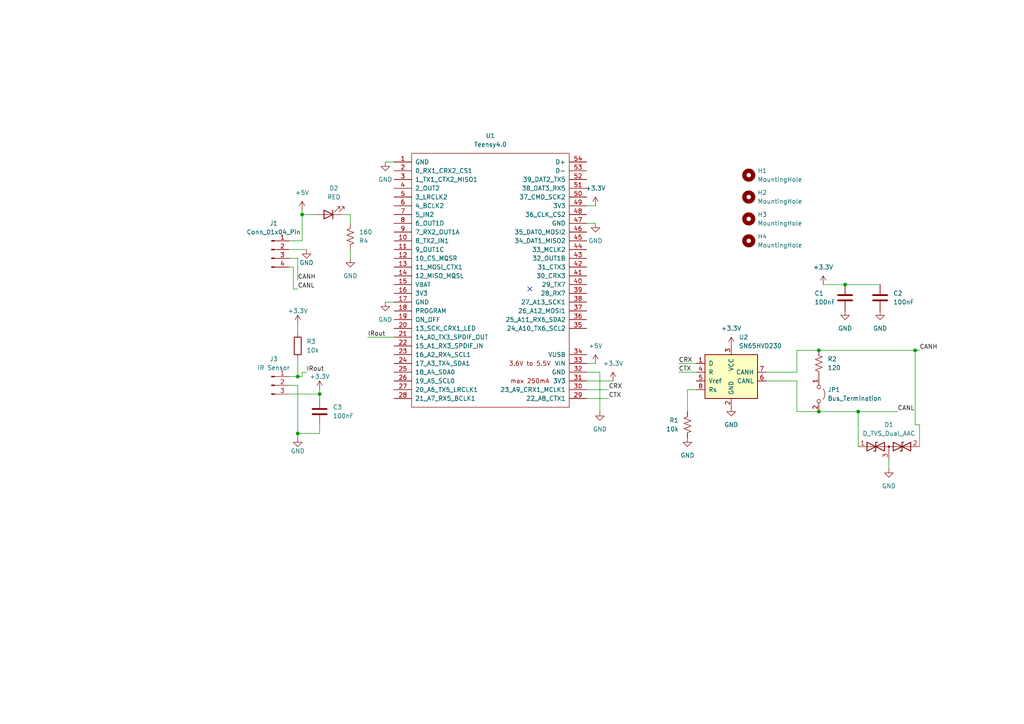
<source format=kicad_sch>
(kicad_sch (version 20230121) (generator eeschema)
  (paper "A4")
  (lib_symbols
    (symbol "Connector:Conn_01x03_Pin" (pin_names (offset 1.016) hide)
      (property "Reference" "J" (at 0 5.08 0))
      (property "Value" "Conn_01x03_Pin" (at 0 -5.08 0))
      (symbol "Conn_01x03_Pin_1_1"
        (polyline (pts (xy 1.27 -2.54) (xy 0.8636 -2.54)) (stroke (width 0.1524)))
        (polyline (pts (xy 1.27 0) (xy 0.8636 0)) (stroke (width 0.1524)))
        (polyline (pts (xy 1.27 2.54) (xy 0.8636 2.54)) (stroke (width 0.1524)))
        (rectangle (start 0.8636 -2.413) (end 0 -2.667) (stroke (width 0.1524)) (fill (type outline)))
        (rectangle (start 0.8636 0.127) (end 0 -0.127) (stroke (width 0.1524)) (fill (type outline)))
        (rectangle (start 0.8636 2.667) (end 0 2.413) (stroke (width 0.1524)) (fill (type outline)))
        (pin passive line (at 5.08 2.54 180) (length 3.81) (name "Pin_1") (number "1"))
        (pin passive line (at 5.08 0 180) (length 3.81) (name "Pin_2") (number "2"))
        (pin passive line (at 5.08 -2.54 180) (length 3.81) (name "Pin_3") (number "3"))
      )
    )
    (symbol "Connector:Conn_01x04_Pin" (pin_names (offset 1.016) hide)
      (property "Reference" "J" (at 0 5.08 0))
      (property "Value" "Conn_01x04_Pin" (at 0 -7.62 0))
      (symbol "Conn_01x04_Pin_1_1"
        (polyline (pts (xy 1.27 -5.08) (xy 0.8636 -5.08)) (stroke (width 0.1524)))
        (polyline (pts (xy 1.27 -2.54) (xy 0.8636 -2.54)) (stroke (width 0.1524)))
        (polyline (pts (xy 1.27 0) (xy 0.8636 0)) (stroke (width 0.1524)))
        (polyline (pts (xy 1.27 2.54) (xy 0.8636 2.54)) (stroke (width 0.1524)))
        (rectangle (start 0.8636 -4.953) (end 0 -5.207) (stroke (width 0.1524)) (fill (type outline)))
        (rectangle (start 0.8636 -2.413) (end 0 -2.667) (stroke (width 0.1524)) (fill (type outline)))
        (rectangle (start 0.8636 0.127) (end 0 -0.127) (stroke (width 0.1524)) (fill (type outline)))
        (rectangle (start 0.8636 2.667) (end 0 2.413) (stroke (width 0.1524)) (fill (type outline)))
        (pin passive line (at 5.08 2.54 180) (length 3.81) (name "Pin_1") (number "1"))
        (pin passive line (at 5.08 0 180) (length 3.81) (name "Pin_2") (number "2"))
        (pin passive line (at 5.08 -2.54 180) (length 3.81) (name "Pin_3") (number "3"))
        (pin passive line (at 5.08 -5.08 180) (length 3.81) (name "Pin_4") (number "4"))
      )
    )
    (symbol "Device:C" (pin_numbers hide) (pin_names (offset 0.254))
      (property "Reference" "C" (at 0.635 2.54 0))
      (property "Value" "C" (at 0.635 -2.54 0))
      (symbol "C_0_1"
        (polyline (pts (xy -2.032 -0.762) (xy 2.032 -0.762)) (stroke (width 0.508)))
        (polyline (pts (xy -2.032 0.762) (xy 2.032 0.762)) (stroke (width 0.508)))
      )
      (symbol "C_1_1"
        (pin passive line (at 0 3.81 270) (length 2.794) (name "~") (number "1"))
        (pin passive line (at 0 -3.81 90) (length 2.794) (name "~") (number "2"))
      )
    )
    (symbol "Device:D_TVS_Dual_AAC" (pin_names (offset 1.016) hide)
      (property "Reference" "D" (at 0 4.445 0))
      (property "Value" "D_TVS_Dual_AAC" (at 0 2.54 0))
      (symbol "D_TVS_Dual_AAC_0_0"
        (polyline (pts (xy 0 -1.27) (xy 0 0)))
      )
      (symbol "D_TVS_Dual_AAC_0_1"
        (polyline (pts (xy -6.35 0) (xy 6.35 0)))
        (polyline (pts (xy -3.302 1.27) (xy -3.81 1.27) (xy -3.81 -1.27) (xy -4.318 -1.27)) (stroke (width 0.254)))
        (polyline (pts (xy 4.318 1.27) (xy 3.81 1.27) (xy 3.81 -1.27) (xy 3.302 -1.27)) (stroke (width 0.254)))
        (polyline (pts (xy -6.35 1.27) (xy -1.27 -1.27) (xy -1.27 1.27) (xy -6.35 -1.27) (xy -6.35 1.27)) (stroke (width 0.254)))
        (polyline (pts (xy 6.35 1.27) (xy 1.27 -1.27) (xy 1.27 1.27) (xy 6.35 -1.27) (xy 6.35 1.27)) (stroke (width 0.254)))
        (circle (center 0 0) (radius 0.254) (fill (type outline)))
      )
      (symbol "D_TVS_Dual_AAC_1_1"
        (pin passive line (at -8.89 0 0) (length 2.54) (name "A1") (number "1"))
        (pin passive line (at 8.89 0 180) (length 2.54) (name "A2") (number "2"))
        (pin input line (at 0 -3.81 90) (length 2.54) (name "common") (number "3"))
      )
    )
    (symbol "Device:LED" (pin_numbers hide) (pin_names (offset 1.016) hide)
      (property "Reference" "D" (at 0 2.54 0))
      (property "Value" "LED" (at 0 -2.54 0))
      (symbol "LED_0_1"
        (polyline (pts (xy -1.27 -1.27) (xy -1.27 1.27)) (stroke (width 0.254)))
        (polyline (pts (xy -1.27 0) (xy 1.27 0)))
        (polyline (pts (xy 1.27 -1.27) (xy 1.27 1.27) (xy -1.27 0) (xy 1.27 -1.27)) (stroke (width 0.254)))
        (polyline (pts (xy -3.048 -0.762) (xy -4.572 -2.286) (xy -3.81 -2.286) (xy -4.572 -2.286) (xy -4.572 -1.524)))
        (polyline (pts (xy -1.778 -0.762) (xy -3.302 -2.286) (xy -2.54 -2.286) (xy -3.302 -2.286) (xy -3.302 -1.524)))
      )
      (symbol "LED_1_1"
        (pin passive line (at -3.81 0 0) (length 2.54) (name "K") (number "1"))
        (pin passive line (at 3.81 0 180) (length 2.54) (name "A") (number "2"))
      )
    )
    (symbol "Device:R" (pin_numbers hide) (pin_names (offset 0))
      (property "Reference" "R" (at 2.032 0 90))
      (property "Value" "R" (at 0 0 90))
      (symbol "R_0_1"
        (rectangle (start -1.016 -2.54) (end 1.016 2.54) (stroke (width 0.254)))
      )
      (symbol "R_1_1"
        (pin passive line (at 0 3.81 270) (length 1.27) (name "~") (number "1"))
        (pin passive line (at 0 -3.81 90) (length 1.27) (name "~") (number "2"))
      )
    )
    (symbol "Device:R_US" (pin_numbers hide) (pin_names (offset 0))
      (property "Reference" "R" (at 2.54 0 90))
      (property "Value" "R_US" (at -2.54 0 90))
      (symbol "R_US_0_1"
        (polyline (pts (xy 0 -2.286) (xy 0 -2.54)))
        (polyline (pts (xy 0 2.286) (xy 0 2.54)))
        (polyline (pts (xy 0 -0.762) (xy 1.016 -1.143) (xy 0 -1.524) (xy -1.016 -1.905) (xy 0 -2.286)))
        (polyline (pts (xy 0 0.762) (xy 1.016 0.381) (xy 0 0) (xy -1.016 -0.381) (xy 0 -0.762)))
        (polyline (pts (xy 0 2.286) (xy 1.016 1.905) (xy 0 1.524) (xy -1.016 1.143) (xy 0 0.762)))
      )
      (symbol "R_US_1_1"
        (pin passive line (at 0 3.81 270) (length 1.27) (name "~") (number "1"))
        (pin passive line (at 0 -3.81 90) (length 1.27) (name "~") (number "2"))
      )
    )
    (symbol "Interface_CAN_LIN:SN65HVD230" (pin_names (offset 1.016))
      (property "Reference" "U" (at -2.54 10.16 0))
      (property "Value" "SN65HVD230" (at -2.54 7.62 0))
      (symbol "SN65HVD230_0_1"
        (rectangle (start -7.62 5.08) (end 7.62 -7.62) (stroke (width 0.254)) (fill (type background)))
      )
      (symbol "SN65HVD230_1_1"
        (pin input line (at -10.16 2.54 0) (length 2.54) (name "D") (number "1"))
        (pin power_in line (at 0 -10.16 90) (length 2.54) (name "GND") (number "2"))
        (pin power_in line (at 0 7.62 270) (length 2.54) (name "VCC") (number "3"))
        (pin output line (at -10.16 0 0) (length 2.54) (name "R") (number "4"))
        (pin output line (at -10.16 -2.54 0) (length 2.54) (name "Vref") (number "5"))
        (pin bidirectional line (at 10.16 -2.54 180) (length 2.54) (name "CANL") (number "6"))
        (pin bidirectional line (at 10.16 0 180) (length 2.54) (name "CANH") (number "7"))
        (pin input line (at -10.16 -5.08 0) (length 2.54) (name "Rs") (number "8"))
      )
    )
    (symbol "Jumper:Jumper_2_Open" (pin_names (offset 0) hide)
      (property "Reference" "JP" (at 0 2.794 0))
      (property "Value" "Jumper_2_Open" (at 0 -2.286 0))
      (symbol "Jumper_2_Open_0_0"
        (circle (center -2.032 0) (radius 0.508))
        (circle (center 2.032 0) (radius 0.508))
      )
      (symbol "Jumper_2_Open_0_1"
        (arc (start 1.524 1.27) (mid 0 1.778) (end -1.524 1.27))
      )
      (symbol "Jumper_2_Open_1_1"
        (pin passive line (at -5.08 0 0) (length 2.54) (name "A") (number "1"))
        (pin passive line (at 5.08 0 180) (length 2.54) (name "B") (number "2"))
      )
    )
    (symbol "Mechanical:MountingHole" (pin_names (offset 1.016))
      (property "Reference" "H" (at 0 5.08 0))
      (property "Value" "MountingHole" (at 0 3.175 0))
      (symbol "MountingHole_0_1"
        (circle (center 0 0) (radius 1.27) (stroke (width 1.27)))
      )
    )
    (symbol "power:+3.3V" (power) (pin_names (offset 0))
      (property "Value" "+3.3V" (at 0 3.556 0))
      (symbol "+3.3V_0_1"
        (polyline (pts (xy -0.762 1.27) (xy 0 2.54)))
        (polyline (pts (xy 0 0) (xy 0 2.54)))
        (polyline (pts (xy 0 2.54) (xy 0.762 1.27)))
      )
      (symbol "+3.3V_1_1"
        (pin power_in line (at 0 0 90) (length 0) hide (name "+3.3V") (number "1"))
      )
    )
    (symbol "power:+5V" (power) (pin_names (offset 0))
      (property "Value" "+5V" (at 0 3.556 0))
      (symbol "+5V_0_1"
        (polyline (pts (xy -0.762 1.27) (xy 0 2.54)))
        (polyline (pts (xy 0 0) (xy 0 2.54)))
        (polyline (pts (xy 0 2.54) (xy 0.762 1.27)))
      )
      (symbol "+5V_1_1"
        (pin power_in line (at 0 0 90) (length 0) hide (name "+5V") (number "1"))
      )
    )
    (symbol "power:GND" (power) (pin_names (offset 0))
      (property "Value" "GND" (at 0 -3.81 0))
      (symbol "GND_0_1"
        (polyline (pts (xy 0 0) (xy 0 -1.27) (xy 1.27 -1.27) (xy 0 -2.54) (xy -1.27 -1.27) (xy 0 -1.27)))
      )
      (symbol "GND_1_1"
        (pin power_in line (at 0 0 270) (length 0) hide (name "GND") (number "1"))
      )
    )
    (symbol "teensy:Teensy4.0" (pin_names (offset 1.016))
      (property "Reference" "U" (at 0 39.37 0))
      (property "Value" "Teensy4.0" (at 0 -39.37 0))
      (symbol "Teensy4.0_0_0"
        (text "3.6V to 5.5V" (at 11.43 -24.13 0) (effects (font (size 1.27 1.27))))
        (text "max 250mA" (at 11.43 -29.21 0) (effects (font (size 1.27 1.27))))
        (pin bidirectional line (at -27.94 11.43 0) (length 5.08) (name "8_TX2_IN1") (number "10"))
        (pin bidirectional line (at -27.94 8.89 0) (length 5.08) (name "9_OUT1C") (number "11"))
        (pin bidirectional line (at -27.94 6.35 0) (length 5.08) (name "10_CS_MQSR") (number "12"))
        (pin bidirectional line (at -27.94 3.81 0) (length 5.08) (name "11_MOSI_CTX1") (number "13"))
        (pin bidirectional line (at -27.94 1.27 0) (length 5.08) (name "12_MISO_MQSL") (number "14"))
        (pin power_in line (at -27.94 -1.27 0) (length 5.08) (name "VBAT") (number "15"))
        (pin power_in line (at -27.94 -3.81 0) (length 5.08) (name "3V3") (number "16"))
        (pin power_in line (at -27.94 -6.35 0) (length 5.08) (name "GND") (number "17"))
        (pin input line (at -27.94 -8.89 0) (length 5.08) (name "PROGRAM") (number "18"))
        (pin input line (at -27.94 -11.43 0) (length 5.08) (name "ON_OFF") (number "19"))
        (pin bidirectional line (at -27.94 -13.97 0) (length 5.08) (name "13_SCK_CRX1_LED") (number "20"))
        (pin bidirectional line (at -27.94 -16.51 0) (length 5.08) (name "14_A0_TX3_SPDIF_OUT") (number "21"))
        (pin bidirectional line (at -27.94 -19.05 0) (length 5.08) (name "15_A1_RX3_SPDIF_IN") (number "22"))
        (pin bidirectional line (at -27.94 -21.59 0) (length 5.08) (name "16_A2_RX4_SCL1") (number "23"))
        (pin bidirectional line (at -27.94 -24.13 0) (length 5.08) (name "17_A3_TX4_SDA1") (number "24"))
        (pin bidirectional line (at -27.94 -26.67 0) (length 5.08) (name "18_A4_SDA0") (number "25"))
        (pin bidirectional line (at -27.94 -29.21 0) (length 5.08) (name "19_A5_SCL0") (number "26"))
        (pin bidirectional line (at -27.94 -31.75 0) (length 5.08) (name "20_A6_TX5_LRCLK1") (number "27"))
        (pin bidirectional line (at -27.94 -34.29 0) (length 5.08) (name "21_A7_RX5_BCLK1") (number "28"))
        (pin bidirectional line (at 27.94 -34.29 180) (length 5.08) (name "22_A8_CTX1") (number "29"))
        (pin bidirectional line (at 27.94 -31.75 180) (length 5.08) (name "23_A9_CRX1_MCLK1") (number "30"))
        (pin power_out line (at 27.94 -29.21 180) (length 5.08) (name "3V3") (number "31"))
        (pin power_in line (at 27.94 -26.67 180) (length 5.08) (name "GND") (number "32"))
        (pin power_in line (at 27.94 -24.13 180) (length 5.08) (name "VIN") (number "33"))
        (pin power_out line (at 27.94 -21.59 180) (length 5.08) (name "VUSB") (number "34"))
        (pin bidirectional line (at 27.94 -13.97 180) (length 5.08) (name "24_A10_TX6_SCL2") (number "35"))
        (pin bidirectional line (at 27.94 -11.43 180) (length 5.08) (name "25_A11_RX6_SDA2") (number "36"))
        (pin bidirectional line (at 27.94 -8.89 180) (length 5.08) (name "26_A12_MOSI1") (number "37"))
        (pin bidirectional line (at 27.94 -6.35 180) (length 5.08) (name "27_A13_SCK1") (number "38"))
        (pin bidirectional line (at 27.94 -3.81 180) (length 5.08) (name "28_RX7") (number "39"))
        (pin bidirectional line (at 27.94 -1.27 180) (length 5.08) (name "29_TX7") (number "40"))
        (pin bidirectional line (at 27.94 1.27 180) (length 5.08) (name "30_CRX3") (number "41"))
        (pin bidirectional line (at 27.94 3.81 180) (length 5.08) (name "31_CTX3") (number "42"))
        (pin bidirectional line (at 27.94 6.35 180) (length 5.08) (name "32_OUT1B") (number "43"))
        (pin bidirectional line (at 27.94 8.89 180) (length 5.08) (name "33_MCLK2") (number "44"))
        (pin bidirectional line (at 27.94 11.43 180) (length 5.08) (name "34_DAT1_MISO2") (number "45"))
        (pin bidirectional line (at 27.94 13.97 180) (length 5.08) (name "35_DAT0_MOSI2") (number "46"))
        (pin power_out line (at 27.94 16.51 180) (length 5.08) (name "GND") (number "47"))
        (pin bidirectional line (at 27.94 19.05 180) (length 5.08) (name "36_CLK_CS2") (number "48"))
        (pin power_out line (at 27.94 21.59 180) (length 5.08) (name "3V3") (number "49"))
        (pin bidirectional line (at -27.94 24.13 0) (length 5.08) (name "3_LRCLK2") (number "5"))
        (pin bidirectional line (at 27.94 24.13 180) (length 5.08) (name "37_CMD_SCK2") (number "50"))
        (pin bidirectional line (at 27.94 26.67 180) (length 5.08) (name "38_DAT3_RX5") (number "51"))
        (pin bidirectional line (at 27.94 29.21 180) (length 5.08) (name "39_DAT2_TX5") (number "52"))
        (pin bidirectional line (at 27.94 31.75 180) (length 5.08) (name "D-") (number "53"))
        (pin bidirectional line (at 27.94 34.29 180) (length 5.08) (name "D+") (number "54"))
        (pin bidirectional line (at -27.94 21.59 0) (length 5.08) (name "4_BCLK2") (number "6"))
        (pin bidirectional line (at -27.94 19.05 0) (length 5.08) (name "5_IN2") (number "7"))
        (pin bidirectional line (at -27.94 16.51 0) (length 5.08) (name "6_OUT1D") (number "8"))
        (pin bidirectional line (at -27.94 13.97 0) (length 5.08) (name "7_RX2_OUT1A") (number "9"))
      )
      (symbol "Teensy4.0_0_1"
        (rectangle (start -22.86 36.83) (end 22.86 -36.83))
        (rectangle (start -20.32 -31.75) (end -20.32 -31.75))
      )
      (symbol "Teensy4.0_1_1"
        (pin power_in line (at -27.94 34.29 0) (length 5.08) (name "GND") (number "1"))
        (pin bidirectional line (at -27.94 31.75 0) (length 5.08) (name "0_RX1_CRX2_CS1") (number "2"))
        (pin bidirectional line (at -27.94 29.21 0) (length 5.08) (name "1_TX1_CTX2_MISO1") (number "3"))
        (pin bidirectional line (at -27.94 26.67 0) (length 5.08) (name "2_OUT2") (number "4"))
      )
    )
  )
  (junction (at 92.71 114.3))
  (junction (at 248.92 119.38))
  (junction (at 86.36 125.73))
  (junction (at 265.43 101.6))
  (junction (at 237.49 119.38))
  (junction (at 245.11 82.55))
  (junction (at 86.36 109.22))
  (junction (at 237.49 101.6))
  (junction (at 87.63 62.23))
  (no_connect (at 153.67 83.82))
  (wire (pts (xy 86.36 125.73) (xy 92.71 125.73)))
  (wire (pts (xy 85.09 77.47) (xy 85.09 83.82)))
  (wire (pts (xy 238.76 82.55) (xy 245.11 82.55)))
  (wire (pts (xy 86.36 93.98) (xy 86.36 96.52)))
  (wire (pts (xy 83.82 114.3) (xy 92.71 114.3)))
  (wire (pts (xy 172.72 64.77) (xy 170.18 64.77)))
  (wire (pts (xy 86.36 104.14) (xy 86.36 109.22)))
  (wire (pts (xy 265.43 123.19) (xy 266.7 123.19)))
  (wire (pts (xy 231.14 119.38) (xy 237.49 119.38)))
  (wire (pts (xy 222.25 107.95) (xy 231.14 107.95)))
  (wire (pts (xy 170.18 105.41) (xy 172.72 105.41)))
  (wire (pts (xy 83.82 77.47) (xy 85.09 77.47)))
  (wire (pts (xy 196.85 105.41) (xy 201.93 105.41)))
  (wire (pts (xy 196.85 107.95) (xy 201.93 107.95)))
  (wire (pts (xy 92.71 114.3) (xy 92.71 113.03)))
  (wire (pts (xy 101.6 72.39) (xy 101.6 74.93)))
  (wire (pts (xy 231.14 110.49) (xy 231.14 119.38)))
  (wire (pts (xy 170.18 113.03) (xy 176.53 113.03)))
  (wire (pts (xy 101.6 64.77) (xy 101.6 62.23)))
  (wire (pts (xy 87.63 62.23) (xy 91.44 62.23)))
  (wire (pts (xy 266.7 123.19) (xy 266.7 129.54)))
  (wire (pts (xy 86.36 111.76) (xy 83.82 111.76)))
  (wire (pts (xy 87.63 107.95) (xy 88.9 107.95)))
  (wire (pts (xy 170.18 59.69) (xy 172.72 59.69)))
  (wire (pts (xy 87.63 107.95) (xy 87.63 109.22)))
  (wire (pts (xy 83.82 72.39) (xy 88.9 72.39)))
  (wire (pts (xy 106.68 97.79) (xy 114.3 97.79)))
  (wire (pts (xy 87.63 62.23) (xy 87.63 69.85)))
  (wire (pts (xy 257.81 133.35) (xy 257.81 135.89)))
  (wire (pts (xy 248.92 119.38) (xy 248.92 129.54)))
  (wire (pts (xy 111.76 46.99) (xy 114.3 46.99)))
  (wire (pts (xy 83.82 74.93) (xy 86.36 74.93)))
  (wire (pts (xy 87.63 60.96) (xy 87.63 62.23)))
  (wire (pts (xy 87.63 109.22) (xy 86.36 109.22)))
  (wire (pts (xy 170.18 107.95) (xy 173.99 107.95)))
  (wire (pts (xy 87.63 69.85) (xy 83.82 69.85)))
  (wire (pts (xy 222.25 110.49) (xy 231.14 110.49)))
  (wire (pts (xy 248.92 119.38) (xy 260.35 119.38)))
  (wire (pts (xy 111.76 87.63) (xy 114.3 87.63)))
  (wire (pts (xy 231.14 101.6) (xy 237.49 101.6)))
  (wire (pts (xy 173.99 107.95) (xy 173.99 119.38)))
  (wire (pts (xy 86.36 74.93) (xy 86.36 81.28)))
  (wire (pts (xy 199.39 113.03) (xy 199.39 119.38)))
  (wire (pts (xy 85.09 83.82) (xy 86.36 83.82)))
  (wire (pts (xy 265.43 101.6) (xy 266.7 101.6)))
  (wire (pts (xy 170.18 110.49) (xy 177.8 110.49)))
  (wire (pts (xy 231.14 107.95) (xy 231.14 101.6)))
  (wire (pts (xy 170.18 115.57) (xy 176.53 115.57)))
  (wire (pts (xy 245.11 82.55) (xy 255.27 82.55)))
  (wire (pts (xy 86.36 109.22) (xy 83.82 109.22)))
  (wire (pts (xy 86.36 127) (xy 86.36 125.73)))
  (wire (pts (xy 265.43 101.6) (xy 265.43 123.19)))
  (wire (pts (xy 92.71 114.3) (xy 92.71 115.57)))
  (wire (pts (xy 201.93 113.03) (xy 199.39 113.03)))
  (wire (pts (xy 86.36 125.73) (xy 86.36 111.76)))
  (wire (pts (xy 101.6 62.23) (xy 99.06 62.23)))
  (wire (pts (xy 237.49 101.6) (xy 265.43 101.6)))
  (wire (pts (xy 92.71 125.73) (xy 92.71 123.19)))
  (wire (pts (xy 237.49 119.38) (xy 248.92 119.38)))
  (label "CTX" (at 196.85 107.95 0))
  (label "CRX" (at 176.53 113.03 0))
  (label "IRout" (at 88.9 107.95 0))
  (label "IRout" (at 106.68 97.79 0))
  (label "CANH" (at 86.36 81.28 0))
  (label "CANH" (at 266.7 101.6 0))
  (label "CTX" (at 176.53 115.57 0))
  (label "CANL" (at 86.36 83.82 0))
  (label "CRX" (at 196.85 105.41 0))
  (label "CANL" (at 260.35 119.38 0))
  (symbol (lib_id "Device:R_US") (at 237.49 105.41 0) (unit 1)
    (property "Reference" "R2" (at 240.03 104.14 0) (effects (justify left)))
    (property "Value" "120" (at 240.03 106.68 0) (effects (justify left)))
    (property "Footprint" "Resistor_SMD:R_0603_1608Metric" (effects hide))
  )
  (symbol (lib_id "power:+3.3V") (at 86.36 93.98 0) (unit 1)
    (property "Reference" "#PWR015" (effects hide))
    (property "Value" "+3.3V" (at 86.36 90.17 0))
  )
  (symbol (lib_id "Mechanical:MountingHole") (at 217.17 57.15 0) (unit 1)
    (property "Reference" "H2" (at 219.71 55.88 0) (effects (justify left)))
    (property "Value" "MountingHole" (at 219.71 58.42 0) (effects (justify left)))
    (property "Footprint" "MountingHole:MountingHole_3.2mm_M3" (effects hide))
  )
  (symbol (lib_id "Connector:Conn_01x03_Pin") (at 78.74 111.76 0) (unit 1)
    (property "Reference" "J3" (at 79.375 104.14 0))
    (property "Value" "IR Sensor" (at 79.375 106.68 0))
    (property "Footprint" "Connector_PinSocket_2.54mm:PinSocket_1x03_P2.54mm_Vertical" (effects hide))
  )
  (symbol (lib_id "Device:C") (at 255.27 86.36 0) (unit 1)
    (property "Reference" "C2" (at 259.08 85.09 0) (effects (justify left)))
    (property "Value" "100nF" (at 259.08 87.63 0) (effects (justify left)))
    (property "Footprint" "Capacitor_SMD:C_0603_1608Metric" (effects hide))
  )
  (symbol (lib_id "Device:R") (at 86.36 100.33 180) (unit 1)
    (property "Reference" "R3" (at 88.9 99.06 0) (effects (justify right)))
    (property "Value" "10k" (at 88.9 101.6 0) (effects (justify right)))
    (property "Footprint" "Resistor_SMD:R_0805_2012Metric_Pad1.20x1.40mm_HandSolder" (effects hide))
  )
  (symbol (lib_id "power:+3.3V") (at 238.76 82.55 0) (unit 1)
    (property "Reference" "#PWR010" (effects hide))
    (property "Value" "+3.3V" (at 238.76 77.47 0))
  )
  (symbol (lib_id "Device:LED") (at 95.25 62.23 180) (unit 1)
    (property "Reference" "D2" (at 96.8375 54.61 0))
    (property "Value" "RED" (at 96.8375 57.15 0))
    (property "Footprint" "LED_SMD:LED_1206_3216Metric" (effects hide))
  )
  (symbol (lib_id "Mechanical:MountingHole") (at 217.17 63.5 0) (unit 1)
    (property "Reference" "H3" (at 219.71 62.23 0) (effects (justify left)))
    (property "Value" "MountingHole" (at 219.71 64.77 0) (effects (justify left)))
    (property "Footprint" "MountingHole:MountingHole_3.2mm_M3" (effects hide))
  )
  (symbol (lib_id "power:GND") (at 255.27 90.17 0) (unit 1)
    (property "Reference" "#PWR012" (effects hide))
    (property "Value" "GND" (at 255.27 95.25 0))
  )
  (symbol (lib_id "power:GND") (at 257.81 135.89 0) (unit 1)
    (property "Reference" "#PWR014" (effects hide))
    (property "Value" "GND" (at 257.81 140.97 0))
  )
  (symbol (lib_id "power:GND") (at 88.9 72.39 0) (unit 1)
    (property "Reference" "#PWR07" (effects hide))
    (property "Value" "GND" (at 88.9 76.2 0))
  )
  (symbol (lib_id "power:GND") (at 101.6 74.93 0) (unit 1)
    (property "Reference" "#PWR018" (effects hide))
    (property "Value" "GND" (at 101.6 80.01 0))
  )
  (symbol (lib_id "power:GND") (at 212.09 118.11 0) (unit 1)
    (property "Reference" "#PWR08" (effects hide))
    (property "Value" "GND" (at 212.09 123.19 0))
  )
  (symbol (lib_id "Device:R_US") (at 199.39 123.19 0) (mirror y) (unit 1)
    (property "Reference" "R1" (at 196.85 121.92 0) (effects (justify left)))
    (property "Value" "10k" (at 196.85 124.46 0) (effects (justify left)))
    (property "Footprint" "Resistor_SMD:R_0805_2012Metric" (effects hide))
  )
  (symbol (lib_id "teensy:Teensy4.0") (at 142.24 81.28 0) (unit 1)
    (property "Reference" "U1" (at 142.24 39.37 0))
    (property "Value" "Teensy4.0" (at 142.24 41.91 0))
    (property "Footprint" "teensy:Teensy40" (effects hide))
  )
  (symbol (lib_id "power:GND") (at 111.76 46.99 0) (unit 1)
    (property "Reference" "#PWR02" (effects hide))
    (property "Value" "GND" (at 111.76 52.07 0))
  )
  (symbol (lib_id "power:GND") (at 111.76 87.63 0) (unit 1)
    (property "Reference" "#PWR03" (effects hide))
    (property "Value" "GND" (at 111.76 92.71 0))
  )
  (symbol (lib_id "Device:R_US") (at 101.6 68.58 0) (mirror x) (unit 1)
    (property "Reference" "R4" (at 104.14 69.85 0) (effects (justify left)))
    (property "Value" "160" (at 104.14 67.31 0) (effects (justify left)))
    (property "Footprint" "Resistor_SMD:R_0805_2012Metric" (effects hide))
  )
  (symbol (lib_id "power:GND") (at 172.72 64.77 0) (unit 1)
    (property "Reference" "#PWR01" (effects hide))
    (property "Value" "GND" (at 172.72 69.85 0))
  )
  (symbol (lib_id "Device:C") (at 245.11 86.36 0) (unit 1)
    (property "Reference" "C1" (at 236.22 85.09 0) (effects (justify left)))
    (property "Value" "100nF" (at 236.22 87.63 0) (effects (justify left)))
    (property "Footprint" "Capacitor_SMD:C_0603_1608Metric" (effects hide))
  )
  (symbol (lib_id "power:GND") (at 199.39 127 0) (unit 1)
    (property "Reference" "#PWR013" (effects hide))
    (property "Value" "GND" (at 199.39 132.08 0))
  )
  (symbol (lib_id "power:GND") (at 173.99 119.38 0) (unit 1)
    (property "Reference" "#PWR04" (effects hide))
    (property "Value" "GND" (at 173.99 124.46 0))
  )
  (symbol (lib_id "power:+3.3V") (at 177.8 110.49 0) (unit 1)
    (property "Reference" "#PWR05" (effects hide))
    (property "Value" "+3.3V" (at 177.8 105.41 0))
  )
  (symbol (lib_id "power:+3.3V") (at 92.71 113.03 0) (unit 1)
    (property "Reference" "#PWR017" (effects hide))
    (property "Value" "+3.3V" (at 92.71 109.22 0))
  )
  (symbol (lib_id "Device:D_TVS_Dual_AAC") (at 257.81 129.54 0) (unit 1)
    (property "Reference" "D1" (at 257.81 123.19 0))
    (property "Value" "D_TVS_Dual_AAC" (at 257.81 125.73 0))
    (property "Footprint" "Package_TO_SOT_SMD:SOT-323_SC-70" (effects hide))
  )
  (symbol (lib_id "power:+3.3V") (at 212.09 100.33 0) (unit 1)
    (property "Reference" "#PWR09" (effects hide))
    (property "Value" "+3.3V" (at 212.09 95.25 0))
  )
  (symbol (lib_id "power:+3.3V") (at 172.72 59.69 0) (unit 1)
    (property "Reference" "#PWR019" (effects hide))
    (property "Value" "+3.3V" (at 172.72 54.61 0))
  )
  (symbol (lib_id "power:+5V") (at 172.72 105.41 0) (unit 1)
    (property "Reference" "#PWR020" (effects hide))
    (property "Value" "+5V" (at 172.72 100.33 0))
  )
  (symbol (lib_id "Mechanical:MountingHole") (at 217.17 69.85 0) (unit 1)
    (property "Reference" "H4" (at 219.71 68.58 0) (effects (justify left)))
    (property "Value" "MountingHole" (at 219.71 71.12 0) (effects (justify left)))
    (property "Footprint" "MountingHole:MountingHole_3.2mm_M3" (effects hide))
  )
  (symbol (lib_id "Connector:Conn_01x04_Pin") (at 78.74 72.39 0) (unit 1)
    (property "Reference" "J1" (at 79.375 64.77 0))
    (property "Value" "Conn_01x04_Pin" (at 79.375 67.31 0))
    (property "Footprint" "Connector_JST:JST_XH_B4B-XH-AM_1x04_P2.50mm_Vertical" (effects hide))
  )
  (symbol (lib_id "Jumper:Jumper_2_Open") (at 237.49 114.3 270) (unit 1)
    (property "Reference" "JP1" (at 240.03 113.03 90) (effects (justify left)))
    (property "Value" "Bus_Termination" (at 240.03 115.57 90) (effects (justify left)))
    (property "Footprint" "Connector_PinHeader_2.54mm:PinHeader_1x02_P2.54mm_Vertical" (effects hide))
  )
  (symbol (lib_id "Device:C") (at 92.71 119.38 180) (unit 1)
    (property "Reference" "C3" (at 96.52 118.11 0) (effects (justify right)))
    (property "Value" "100nF" (at 96.52 120.65 0) (effects (justify right)))
    (property "Footprint" "Capacitor_SMD:C_0603_1608Metric" (effects hide))
  )
  (symbol (lib_id "Interface_CAN_LIN:SN65HVD230") (at 212.09 107.95 0) (unit 1)
    (property "Reference" "U2" (at 214.2841 97.79 0) (effects (justify left)))
    (property "Value" "SN65HVD230" (at 214.2841 100.33 0) (effects (justify left)))
    (property "Footprint" "Package_SO:SOIC-8_3.9x4.9mm_P1.27mm" (effects hide))
    (property "Datasheet" "http://www.ti.com/lit/ds/symlink/sn65hvd230.pdf" (effects hide))
  )
  (symbol (lib_id "power:GND") (at 245.11 90.17 0) (unit 1)
    (property "Reference" "#PWR011" (effects hide))
    (property "Value" "GND" (at 245.11 95.25 0))
  )
  (symbol (lib_id "power:+5V") (at 87.63 60.96 0) (unit 1)
    (property "Reference" "#PWR06" (effects hide))
    (property "Value" "+5V" (at 87.63 55.88 0))
  )
  (symbol (lib_id "Mechanical:MountingHole") (at 217.17 50.8 0) (unit 1)
    (property "Reference" "H1" (at 219.71 49.53 0) (effects (justify left)))
    (property "Value" "MountingHole" (at 219.71 52.07 0) (effects (justify left)))
    (property "Footprint" "MountingHole:MountingHole_3.2mm_M3" (effects hide))
  )
  (symbol (lib_id "power:GND") (at 86.36 127 0) (unit 1)
    (property "Reference" "#PWR016" (effects hide))
    (property "Value" "GND" (at 86.36 130.81 0))
  )
)
</source>
